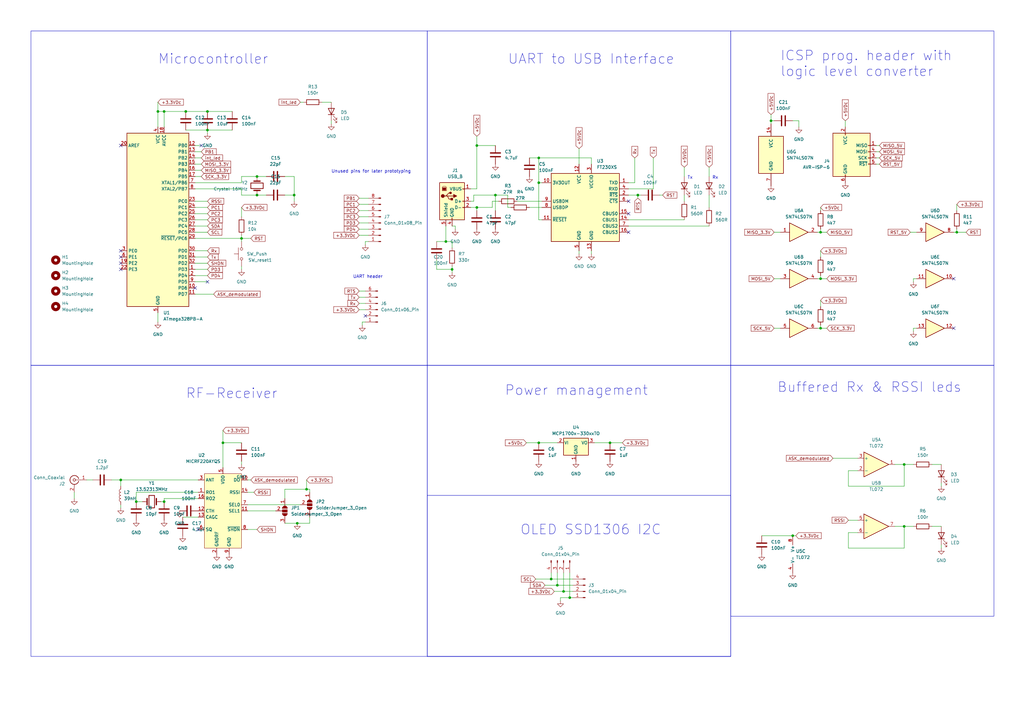
<source format=kicad_sch>
(kicad_sch (version 20230121) (generator eeschema)
  (paper "A3")
  (title_block (date "2024-11-11") (company "Axel Söderberg"))
  (junction (at 220.98 181.61))
  (junction (at 64.77 45.72))
  (junction (at 220.98 64.77))
  (junction (at 49.53 196.85))
  (junction (at 370.84 215.9))
  (junction (at 55.88 205.74))
  (junction (at 105.41 72.39))
  (junction (at 392.43 95.25))
  (junction (at 195.58 85.09))
  (junction (at 185.42 110.49))
  (junction (at 85.09 45.72))
  (junction (at 231.14 242.57))
  (junction (at 250.19 181.61))
  (junction (at 67.31 45.72))
  (junction (at 203.2 80.01))
  (junction (at 336.55 134.62))
  (junction (at 121.92 214.63))
  (junction (at 220.98 74.93))
  (junction (at 370.84 190.5))
  (junction (at 125.73 200.66))
  (junction (at 85.09 53.34))
  (junction (at 120.65 80.01))
  (junction (at 336.55 95.25))
  (junction (at 336.55 114.3))
  (junction (at 105.41 80.01))
  (junction (at 99.06 97.79))
  (junction (at 91.44 181.61))
  (junction (at 182.88 99.06))
  (junction (at 316.23 49.53))
  (junction (at 76.2 45.72))
  (junction (at 228.6 240.03))
  (junction (at 261.62 80.01))
  (junction (at 233.68 245.11))
  (junction (at 226.06 237.49))
  (junction (at 325.12 219.71))
  (junction (at 195.58 59.69))
  (junction (at 67.31 205.74))
  (no_connect (at 149.86 129.54))
  (no_connect (at 49.53 110.49))
  (no_connect (at 391.16 134.62))
  (no_connect (at 49.53 105.41))
  (no_connect (at 85.09 115.57))
  (no_connect (at 80.01 118.11))
  (no_connect (at 82.55 59.69))
  (no_connect (at 49.53 102.87))
  (no_connect (at 257.81 87.63))
  (no_connect (at 257.81 95.25))
  (no_connect (at 81.28 217.17))
  (no_connect (at 391.16 114.3))
  (no_connect (at 49.53 107.95))
  (no_connect (at 49.53 59.69))
  (no_connect (at 257.81 82.55))
  (wire (pts (xy 336.55 95.25) (xy 339.09 95.25)))
  (wire (pts (xy 64.77 41.91) (xy 64.77 45.72)))
  (wire (pts (xy 229.87 246.38) (xy 229.87 245.11)))
  (wire (pts (xy 127 200.66) (xy 125.73 200.66)))
  (wire (pts (xy 386.08 224.79) (xy 386.08 223.52)))
  (wire (pts (xy 91.44 181.61) (xy 99.06 181.61)))
  (wire (pts (xy 186.69 93.98) (xy 186.69 92.71)))
  (wire (pts (xy 80.01 97.79) (xy 99.06 97.79)))
  (wire (pts (xy 116.84 200.66) (xy 125.73 200.66)))
  (wire (pts (xy 120.65 72.39) (xy 116.84 72.39)))
  (wire (pts (xy 195.58 85.09) (xy 201.93 85.09)))
  (wire (pts (xy 375.92 114.3) (xy 374.65 114.3)))
  (wire (pts (xy 64.77 132.08) (xy 64.77 128.27)))
  (wire (pts (xy 147.32 121.92) (xy 149.86 121.92)))
  (wire (pts (xy 243.84 181.61) (xy 250.19 181.61)))
  (wire (pts (xy 76.2 45.72) (xy 85.09 45.72)))
  (wire (pts (xy 30.48 201.93) (xy 30.48 204.47)))
  (wire (pts (xy 209.55 85.09) (xy 208.28 85.09)))
  (wire (pts (xy 99.06 72.39) (xy 99.06 74.93)))
  (wire (pts (xy 233.68 245.11) (xy 234.95 245.11)))
  (wire (pts (xy 227.33 242.57) (xy 231.14 242.57)))
  (wire (pts (xy 223.52 240.03) (xy 228.6 240.03)))
  (wire (pts (xy 219.71 237.49) (xy 226.06 237.49)))
  (wire (pts (xy 208.28 85.09) (xy 208.28 80.01)))
  (wire (pts (xy 101.6 207.01) (xy 123.19 207.01)))
  (wire (pts (xy 109.22 72.39) (xy 105.41 72.39)))
  (wire (pts (xy 105.41 80.01) (xy 99.06 80.01)))
  (wire (pts (xy 104.14 201.93) (xy 101.6 201.93)))
  (wire (pts (xy 67.31 205.74) (xy 67.31 204.47)))
  (wire (pts (xy 231.14 242.57) (xy 234.95 242.57)))
  (wire (pts (xy 80.01 62.23) (xy 82.55 62.23)))
  (wire (pts (xy 226.06 237.49) (xy 234.95 237.49)))
  (wire (pts (xy 185.42 110.49) (xy 185.42 111.76)))
  (wire (pts (xy 85.09 53.34) (xy 95.25 53.34)))
  (wire (pts (xy 132.08 41.91) (xy 135.89 41.91)))
  (wire (pts (xy 99.06 99.06) (xy 99.06 97.79)))
  (wire (pts (xy 220.98 74.93) (xy 220.98 90.17)))
  (wire (pts (xy 261.62 80.01) (xy 261.62 81.28)))
  (wire (pts (xy 336.55 102.87) (xy 336.55 105.41)))
  (wire (pts (xy 228.6 234.95) (xy 228.6 240.03)))
  (wire (pts (xy 120.65 80.01) (xy 120.65 82.55)))
  (wire (pts (xy 341.63 187.96) (xy 351.79 187.96)))
  (wire (pts (xy 148.59 132.08) (xy 149.86 132.08)))
  (wire (pts (xy 250.19 181.61) (xy 255.27 181.61)))
  (wire (pts (xy 147.32 96.52) (xy 151.13 96.52)))
  (wire (pts (xy 49.53 196.85) (xy 81.28 196.85)))
  (wire (pts (xy 336.55 133.35) (xy 336.55 134.62)))
  (wire (pts (xy 125.73 196.85) (xy 125.73 200.66)))
  (wire (pts (xy 80.01 74.93) (xy 99.06 74.93)))
  (wire (pts (xy 347.98 218.44) (xy 347.98 224.79)))
  (wire (pts (xy 290.83 80.01) (xy 290.83 85.09)))
  (wire (pts (xy 370.84 199.39) (xy 370.84 190.5)))
  (wire (pts (xy 280.67 80.01) (xy 280.67 82.55)))
  (wire (pts (xy 147.32 88.9) (xy 151.13 88.9)))
  (wire (pts (xy 201.93 82.55) (xy 204.47 82.55)))
  (wire (pts (xy 386.08 199.39) (xy 386.08 198.12)))
  (wire (pts (xy 336.55 93.98) (xy 336.55 95.25)))
  (wire (pts (xy 81.28 201.93) (xy 55.88 201.93)))
  (wire (pts (xy 391.16 95.25) (xy 392.43 95.25)))
  (wire (pts (xy 127 214.63) (xy 127 212.09)))
  (wire (pts (xy 121.92 214.63) (xy 127 214.63)))
  (wire (pts (xy 67.31 45.72) (xy 76.2 45.72)))
  (wire (pts (xy 147.32 124.46) (xy 149.86 124.46)))
  (wire (pts (xy 222.25 74.93) (xy 220.98 74.93)))
  (wire (pts (xy 280.67 68.58) (xy 280.67 72.39)))
  (wire (pts (xy 80.01 59.69) (xy 82.55 59.69)))
  (wire (pts (xy 194.31 80.01) (xy 194.31 82.55)))
  (wire (pts (xy 85.09 54.61) (xy 85.09 53.34)))
  (wire (pts (xy 212.09 82.55) (xy 222.25 82.55)))
  (wire (pts (xy 80.01 115.57) (xy 85.09 115.57)))
  (wire (pts (xy 80.01 102.87) (xy 85.09 102.87)))
  (wire (pts (xy 237.49 60.96) (xy 237.49 67.31)))
  (wire (pts (xy 147.32 119.38) (xy 149.86 119.38)))
  (wire (pts (xy 80.01 110.49) (xy 85.09 110.49)))
  (wire (pts (xy 208.28 80.01) (xy 203.2 80.01)))
  (wire (pts (xy 185.42 99.06) (xy 185.42 101.6)))
  (wire (pts (xy 55.88 205.74) (xy 58.42 205.74)))
  (wire (pts (xy 260.35 74.93) (xy 257.81 74.93)))
  (wire (pts (xy 195.58 85.09) (xy 195.58 86.36)))
  (wire (pts (xy 91.44 176.53) (xy 91.44 181.61)))
  (wire (pts (xy 359.41 62.23) (xy 360.68 62.23)))
  (wire (pts (xy 335.28 114.3) (xy 336.55 114.3)))
  (wire (pts (xy 185.42 110.49) (xy 185.42 109.22)))
  (wire (pts (xy 45.72 196.85) (xy 49.53 196.85)))
  (wire (pts (xy 186.69 92.71) (xy 185.42 92.71)))
  (wire (pts (xy 101.6 209.55) (xy 113.03 209.55)))
  (wire (pts (xy 80.01 90.17) (xy 85.09 90.17)))
  (wire (pts (xy 351.79 218.44) (xy 347.98 218.44)))
  (wire (pts (xy 116.84 214.63) (xy 121.92 214.63)))
  (wire (pts (xy 271.78 80.01) (xy 270.51 80.01)))
  (wire (pts (xy 147.32 93.98) (xy 151.13 93.98)))
  (wire (pts (xy 135.89 50.8) (xy 135.89 49.53)))
  (wire (pts (xy 195.58 55.88) (xy 195.58 59.69)))
  (wire (pts (xy 242.57 64.77) (xy 242.57 67.31)))
  (wire (pts (xy 99.06 96.52) (xy 99.06 97.79)))
  (wire (pts (xy 80.01 87.63) (xy 85.09 87.63)))
  (wire (pts (xy 127 201.93) (xy 127 200.66)))
  (wire (pts (xy 76.2 53.34) (xy 85.09 53.34)))
  (wire (pts (xy 102.87 196.85) (xy 101.6 196.85)))
  (wire (pts (xy 316.23 46.99) (xy 316.23 49.53)))
  (wire (pts (xy 392.43 83.82) (xy 392.43 86.36)))
  (wire (pts (xy 182.88 92.71) (xy 182.88 99.06)))
  (wire (pts (xy 149.86 99.06) (xy 151.13 99.06)))
  (wire (pts (xy 194.31 82.55) (xy 193.04 82.55)))
  (wire (pts (xy 99.06 97.79) (xy 102.87 97.79)))
  (wire (pts (xy 373.38 95.25) (xy 375.92 95.25)))
  (wire (pts (xy 49.53 199.39) (xy 49.53 196.85)))
  (wire (pts (xy 336.55 113.03) (xy 336.55 114.3)))
  (wire (pts (xy 336.55 85.09) (xy 336.55 86.36)))
  (wire (pts (xy 326.39 219.71) (xy 325.12 219.71)))
  (wire (pts (xy 80.01 69.85) (xy 82.55 69.85)))
  (wire (pts (xy 101.6 217.17) (xy 105.41 217.17)))
  (wire (pts (xy 193.04 85.09) (xy 195.58 85.09)))
  (wire (pts (xy 374.65 134.62) (xy 374.65 135.89)))
  (wire (pts (xy 80.01 64.77) (xy 82.55 64.77)))
  (wire (pts (xy 80.01 85.09) (xy 85.09 85.09)))
  (wire (pts (xy 215.9 181.61) (xy 220.98 181.61)))
  (wire (pts (xy 347.98 199.39) (xy 370.84 199.39)))
  (wire (pts (xy 91.44 181.61) (xy 91.44 191.77)))
  (wire (pts (xy 80.01 105.41) (xy 85.09 105.41)))
  (wire (pts (xy 80.01 120.65) (xy 87.63 120.65)))
  (wire (pts (xy 317.5 134.62) (xy 320.04 134.62)))
  (wire (pts (xy 123.19 41.91) (xy 124.46 41.91)))
  (wire (pts (xy 64.77 45.72) (xy 64.77 52.07)))
  (wire (pts (xy 347.98 213.36) (xy 351.79 213.36)))
  (wire (pts (xy 336.55 114.3) (xy 339.09 114.3)))
  (wire (pts (xy 290.83 68.58) (xy 290.83 72.39)))
  (wire (pts (xy 360.68 59.69) (xy 359.41 59.69)))
  (wire (pts (xy 359.41 67.31) (xy 360.68 67.31)))
  (wire (pts (xy 346.71 49.53) (xy 346.71 52.07)))
  (wire (pts (xy 80.01 67.31) (xy 82.55 67.31)))
  (wire (pts (xy 336.55 123.19) (xy 336.55 125.73)))
  (wire (pts (xy 312.42 219.71) (xy 325.12 219.71)))
  (wire (pts (xy 325.12 49.53) (xy 327.66 49.53)))
  (wire (pts (xy 335.28 95.25) (xy 336.55 95.25)))
  (wire (pts (xy 217.17 85.09) (xy 222.25 85.09)))
  (wire (pts (xy 74.93 212.09) (xy 81.28 212.09)))
  (wire (pts (xy 370.84 190.5) (xy 367.03 190.5)))
  (wire (pts (xy 147.32 83.82) (xy 151.13 83.82)))
  (wire (pts (xy 80.01 95.25) (xy 85.09 95.25)))
  (wire (pts (xy 335.28 134.62) (xy 336.55 134.62)))
  (wire (pts (xy 203.2 80.01) (xy 194.31 80.01)))
  (wire (pts (xy 149.86 100.33) (xy 149.86 99.06)))
  (wire (pts (xy 80.01 113.03) (xy 85.09 113.03)))
  (wire (pts (xy 55.88 201.93) (xy 55.88 205.74)))
  (wire (pts (xy 226.06 234.95) (xy 226.06 237.49)))
  (wire (pts (xy 316.23 49.53) (xy 317.5 49.53)))
  (wire (pts (xy 374.65 190.5) (xy 370.84 190.5)))
  (wire (pts (xy 99.06 77.47) (xy 99.06 80.01)))
  (wire (pts (xy 147.32 127) (xy 149.86 127)))
  (wire (pts (xy 257.81 80.01) (xy 261.62 80.01)))
  (wire (pts (xy 67.31 205.74) (xy 66.04 205.74)))
  (wire (pts (xy 382.27 190.5) (xy 386.08 190.5)))
  (wire (pts (xy 370.84 215.9) (xy 367.03 215.9)))
  (wire (pts (xy 80.01 77.47) (xy 99.06 77.47)))
  (wire (pts (xy 182.88 99.06) (xy 179.07 99.06)))
  (wire (pts (xy 220.98 181.61) (xy 228.6 181.61)))
  (wire (pts (xy 233.68 234.95) (xy 233.68 245.11)))
  (wire (pts (xy 179.07 106.68) (xy 179.07 110.49)))
  (wire (pts (xy 392.43 93.98) (xy 392.43 95.25)))
  (wire (pts (xy 257.81 92.71) (xy 290.83 92.71)))
  (wire (pts (xy 257.81 77.47) (xy 267.97 77.47)))
  (wire (pts (xy 80.01 92.71) (xy 85.09 92.71)))
  (wire (pts (xy 375.92 134.62) (xy 374.65 134.62)))
  (wire (pts (xy 147.32 91.44) (xy 151.13 91.44)))
  (wire (pts (xy 193.04 77.47) (xy 195.58 77.47)))
  (wire (pts (xy 38.1 196.85) (xy 35.56 196.85)))
  (wire (pts (xy 237.49 104.14) (xy 237.49 102.87)))
  (wire (pts (xy 220.98 64.77) (xy 242.57 64.77)))
  (wire (pts (xy 231.14 234.95) (xy 231.14 242.57)))
  (wire (pts (xy 116.84 200.66) (xy 116.84 204.47)))
  (wire (pts (xy 99.06 190.5) (xy 99.06 189.23)))
  (wire (pts (xy 99.06 85.09) (xy 99.06 88.9)))
  (wire (pts (xy 392.43 95.25) (xy 396.24 95.25)))
  (wire (pts (xy 370.84 224.79) (xy 370.84 215.9)))
  (wire (pts (xy 229.87 245.11) (xy 233.68 245.11)))
  (wire (pts (xy 120.65 80.01) (xy 116.84 80.01)))
  (wire (pts (xy 147.32 81.28) (xy 151.13 81.28)))
  (wire (pts (xy 317.5 95.25) (xy 320.04 95.25)))
  (wire (pts (xy 99.06 109.22) (xy 99.06 110.49)))
  (wire (pts (xy 228.6 240.03) (xy 234.95 240.03)))
  (wire (pts (xy 67.31 204.47) (xy 81.28 204.47)))
  (wire (pts (xy 105.41 72.39) (xy 99.06 72.39)))
  (wire (pts (xy 85.09 82.55) (xy 80.01 82.55)))
  (wire (pts (xy 257.81 90.17) (xy 280.67 90.17)))
  (wire (pts (xy 317.5 114.3) (xy 320.04 114.3)))
  (wire (pts (xy 203.2 80.01) (xy 203.2 86.36)))
  (wire (pts (xy 49.53 207.01) (xy 49.53 208.28)))
  (wire (pts (xy 374.65 215.9) (xy 370.84 215.9)))
  (wire (pts (xy 120.65 72.39) (xy 120.65 80.01)))
  (wire (pts (xy 85.09 45.72) (xy 95.25 45.72)))
  (wire (pts (xy 195.58 77.47) (xy 195.58 59.69)))
  (wire (pts (xy 374.65 114.3) (xy 374.65 115.57)))
  (wire (pts (xy 179.07 110.49) (xy 185.42 110.49)))
  (wire (pts (xy 267.97 64.77) (xy 267.97 77.47)))
  (wire (pts (xy 347.98 224.79) (xy 370.84 224.79)))
  (wire (pts (xy 67.31 45.72) (xy 64.77 45.72)))
  (wire (pts (xy 220.98 74.93) (xy 220.98 64.77)))
  (wire (pts (xy 347.98 193.04) (xy 347.98 199.39)))
  (wire (pts (xy 327.66 49.53) (xy 327.66 52.07)))
  (wire (pts (xy 67.31 52.07) (xy 67.31 45.72)))
  (wire (pts (xy 261.62 80.01) (xy 262.89 80.01)))
  (wire (pts (xy 109.22 80.01) (xy 105.41 80.01)))
  (wire (pts (xy 359.41 64.77) (xy 360.68 64.77)))
  (wire (pts (xy 201.93 85.09) (xy 201.93 82.55)))
  (wire (pts (xy 195.58 59.69) (xy 203.2 59.69)))
  (wire (pts (xy 316.23 49.53) (xy 316.23 50.8)))
  (wire (pts (xy 351.79 193.04) (xy 347.98 193.04)))
  (wire (pts (xy 260.35 64.77) (xy 260.35 74.93)))
  (wire (pts (xy 148.59 133.35) (xy 148.59 132.08)))
  (wire (pts (xy 82.55 72.39) (xy 80.01 72.39)))
  (wire (pts (xy 217.17 64.77) (xy 220.98 64.77)))
  (wire (pts (xy 220.98 90.17) (xy 222.25 90.17)))
  (wire (pts (xy 336.55 134.62) (xy 339.09 134.62)))
  (wire (pts (xy 80.01 107.95) (xy 85.09 107.95)))
  (wire (pts (xy 242.57 104.14) (xy 242.57 102.87)))
  (wire (pts (xy 147.32 86.36) (xy 151.13 86.36)))
  (wire (pts (xy 182.88 99.06) (xy 185.42 99.06)))
  (wire (pts (xy 382.27 215.9) (xy 386.08 215.9)))
  (rectangle (start 175.26 149.86) (end 299.72 269.24))
  (rectangle (start 175.26 203.2) (end 299.72 269.24))
  (rectangle (start 12.7 12.7) (end 175.26 149.86))
  (rectangle (start 299.72 12.7) (end 407.67 149.86))
  (rectangle (start 12.7 149.86) (end 175.26 269.24))
  (rectangle (start 299.72 149.86) (end 407.67 252.73))
  (rectangle (start 175.26 12.7) (end 299.72 149.86))
  (text "OLED SSD1306 I2C" (at 213.36 219.71 0) (effects (font (size 4 4)) (justify left bottom)))
  (text "Tx" (at 281.94 73.66 0) (effects (font (size 1.27 1.27)) (justify left bottom)))
  (text "Unused pins for later prototyping" (at 135.89 71.12 0) (effects (font (size 1.27 1.27)) (justify left bottom)))
  (text "UART header" (at 144.78 114.3 0) (effects (font (size 1.27 1.27)) (justify left bottom)))
  (text "Buffered Rx & RSSI leds\n" (at 318.77 161.29 0) (effects (font (size 4 4)) (justify left bottom)))
  (text "ICSP prog. header with\nlogic level converter" (at 320.04 31.75 0) (effects (font (size 4 4)) (justify left bottom)))
  (text "UART to USB Interface" (at 208.28 26.67 0) (effects (font (size 4 4)) (justify left bottom)))
  (text "Rx\n" (at 292.1 73.66 0) (effects (font (size 1.27 1.27)) (justify left bottom)))
  (text "RF-Receiver\n" (at 76.2 163.83 0) (effects (font (size 4 4)) (justify left bottom)))
  (text "Power management" (at 207.01 162.56 0) (effects (font (size 4 4)) (justify left bottom)))
  (text "Microcontroller" (at 64.77 26.67 0) (effects (font (size 4 4)) (justify left bottom)))
  (global_label "PD4" (shape input) (at 85.09 113.03 0) (property "Intersheetrefs" "${INTERSHEET_REFS}" (effects hide)))
  (global_label "MISO_3.3V" (shape input) (at 317.5 95.25 180) (property "Intersheetrefs" "${INTERSHEET_REFS}" (effects hide)))
  (global_label "MOSI_5V" (shape input) (at 360.68 62.23 0) (property "Intersheetrefs" "${INTERSHEET_REFS}" (effects hide)))
  (global_label "+5VDc" (shape input) (at 290.83 68.58 90) (property "Intersheetrefs" "${INTERSHEET_REFS}" (effects hide)))
  (global_label "SDA" (shape input) (at 223.52 240.03 180) (property "Intersheetrefs" "${INTERSHEET_REFS}" (effects hide)))
  (global_label "+3.3VDc" (shape input) (at 336.55 123.19 0) (property "Intersheetrefs" "${INTERSHEET_REFS}" (effects hide)))
  (global_label "Tx" (shape input) (at 85.09 105.41 0) (property "Intersheetrefs" "${INTERSHEET_REFS}" (effects hide)))
  (global_label "SCK_5V" (shape input) (at 317.5 134.62 180) (property "Intersheetrefs" "${INTERSHEET_REFS}" (effects hide)))
  (global_label "Rx" (shape input) (at 260.35 64.77 90) (property "Intersheetrefs" "${INTERSHEET_REFS}" (effects hide)))
  (global_label "+3.3VDc" (shape input) (at 91.44 176.53 0) (property "Intersheetrefs" "${INTERSHEET_REFS}" (effects hide)))
  (global_label "PC3" (shape input) (at 85.09 90.17 0) (property "Intersheetrefs" "${INTERSHEET_REFS}" (effects hide)))
  (global_label "+3.3VDc" (shape input) (at 147.32 96.52 180) (property "Intersheetrefs" "${INTERSHEET_REFS}" (effects hide)))
  (global_label "MISO_5V" (shape input) (at 339.09 95.25 0) (property "Intersheetrefs" "${INTERSHEET_REFS}" (effects hide)))
  (global_label "RST" (shape input) (at 102.87 97.79 0) (property "Intersheetrefs" "${INTERSHEET_REFS}" (effects hide)))
  (global_label "MOSI_3.3V" (shape input) (at 339.09 114.3 0) (property "Intersheetrefs" "${INTERSHEET_REFS}" (effects hide)))
  (global_label "PC2" (shape input) (at 147.32 86.36 180) (property "Intersheetrefs" "${INTERSHEET_REFS}" (effects hide)))
  (global_label "ASK_demodulated" (shape input) (at 87.63 120.65 0) (property "Intersheetrefs" "${INTERSHEET_REFS}" (effects hide)))
  (global_label "int_led" (shape input) (at 82.55 64.77 0) (property "Intersheetrefs" "${INTERSHEET_REFS}" (effects hide)))
  (global_label "+5VDc" (shape input) (at 336.55 85.09 0) (property "Intersheetrefs" "${INTERSHEET_REFS}" (effects hide)))
  (global_label "+3.3VDc" (shape input) (at 326.39 219.71 0) (property "Intersheetrefs" "${INTERSHEET_REFS}" (effects hide)))
  (global_label "+5VDc" (shape input) (at 280.67 68.58 90) (property "Intersheetrefs" "${INTERSHEET_REFS}" (effects hide)))
  (global_label "Rx" (shape input) (at 85.09 102.87 0) (property "Intersheetrefs" "${INTERSHEET_REFS}" (effects hide)))
  (global_label "+5VDc" (shape input) (at 195.58 55.88 90) (property "Intersheetrefs" "${INTERSHEET_REFS}" (effects hide)))
  (global_label "RSSI" (shape input) (at 85.09 82.55 0) (property "Intersheetrefs" "${INTERSHEET_REFS}" (effects hide)))
  (global_label "RST" (shape input) (at 396.24 95.25 0) (property "Intersheetrefs" "${INTERSHEET_REFS}" (effects hide)))
  (global_label "SCL" (shape input) (at 219.71 237.49 180) (property "Intersheetrefs" "${INTERSHEET_REFS}" (effects hide)))
  (global_label "Tx" (shape input) (at 267.97 64.77 90) (property "Intersheetrefs" "${INTERSHEET_REFS}" (effects hide)))
  (global_label "+5VDc" (shape input) (at 237.49 60.96 90) (property "Intersheetrefs" "${INTERSHEET_REFS}" (effects hide)))
  (global_label "MISO_5V" (shape input) (at 360.68 59.69 0) (property "Intersheetrefs" "${INTERSHEET_REFS}" (effects hide)))
  (global_label "PB1" (shape input) (at 82.55 62.23 0) (property "Intersheetrefs" "${INTERSHEET_REFS}" (effects hide)))
  (global_label "RSSI" (shape input) (at 347.98 213.36 180) (property "Intersheetrefs" "${INTERSHEET_REFS}" (effects hide)))
  (global_label "+3.3VDc" (shape input) (at 64.77 41.91 0) (property "Intersheetrefs" "${INTERSHEET_REFS}" (effects hide)))
  (global_label "RST" (shape input) (at 271.78 80.01 0) (property "Intersheetrefs" "${INTERSHEET_REFS}" (effects hide)))
  (global_label "RST_5V" (shape input) (at 373.38 95.25 180) (property "Intersheetrefs" "${INTERSHEET_REFS}" (effects hide)))
  (global_label "ASK_demodulated" (shape input) (at 102.87 196.85 0) (property "Intersheetrefs" "${INTERSHEET_REFS}" (effects hide)))
  (global_label "+3.3VDc" (shape input) (at 125.73 196.85 0) (property "Intersheetrefs" "${INTERSHEET_REFS}" (effects hide)))
  (global_label "+3.3VDc" (shape input) (at 147.32 127 180) (property "Intersheetrefs" "${INTERSHEET_REFS}" (effects hide)))
  (global_label "+3.3VDc" (shape input) (at 227.33 242.57 180) (property "Intersheetrefs" "${INTERSHEET_REFS}" (effects hide)))
  (global_label "int_led" (shape input) (at 123.19 41.91 180) (property "Intersheetrefs" "${INTERSHEET_REFS}" (effects hide)))
  (global_label "Tx" (shape input) (at 147.32 121.92 180) (property "Intersheetrefs" "${INTERSHEET_REFS}" (effects hide)))
  (global_label "+5VDc" (shape input) (at 346.71 49.53 90) (property "Intersheetrefs" "${INTERSHEET_REFS}" (effects hide)))
  (global_label "PC1" (shape input) (at 147.32 83.82 180) (property "Intersheetrefs" "${INTERSHEET_REFS}" (effects hide)))
  (global_label "PD3" (shape input) (at 85.09 110.49 0) (property "Intersheetrefs" "${INTERSHEET_REFS}" (effects hide)))
  (global_label "+3.3VDc" (shape input) (at 392.43 83.82 0) (property "Intersheetrefs" "${INTERSHEET_REFS}" (effects hide)))
  (global_label "+3.3VDc" (shape input) (at 336.55 102.87 0) (property "Intersheetrefs" "${INTERSHEET_REFS}" (effects hide)))
  (global_label "PC1" (shape input) (at 85.09 85.09 0) (property "Intersheetrefs" "${INTERSHEET_REFS}" (effects hide)))
  (global_label "PC3" (shape input) (at 147.32 88.9 180) (property "Intersheetrefs" "${INTERSHEET_REFS}" (effects hide)))
  (global_label "RSSI" (shape input) (at 104.14 201.93 0) (property "Intersheetrefs" "${INTERSHEET_REFS}" (effects hide)))
  (global_label "MISO_3.3V" (shape input) (at 82.55 69.85 0) (property "Intersheetrefs" "${INTERSHEET_REFS}" (effects hide)))
  (global_label "SCL" (shape input) (at 85.09 95.25 0) (property "Intersheetrefs" "${INTERSHEET_REFS}" (effects hide)))
  (global_label "RTS" (shape input) (at 261.62 81.28 270) (property "Intersheetrefs" "${INTERSHEET_REFS}" (effects hide)))
  (global_label "+3.3VDc" (shape input) (at 255.27 181.61 0) (property "Intersheetrefs" "${INTERSHEET_REFS}" (effects hide)))
  (global_label "MOSI_5V" (shape input) (at 317.5 114.3 180) (property "Intersheetrefs" "${INTERSHEET_REFS}" (effects hide)))
  (global_label "RST_5V" (shape input) (at 360.68 67.31 0) (property "Intersheetrefs" "${INTERSHEET_REFS}" (effects hide)))
  (global_label "PB1" (shape input) (at 147.32 81.28 180) (property "Intersheetrefs" "${INTERSHEET_REFS}" (effects hide)))
  (global_label "SCK_5V" (shape input) (at 360.68 64.77 0) (property "Intersheetrefs" "${INTERSHEET_REFS}" (effects hide)))
  (global_label "MOSI_3.3V" (shape input) (at 82.55 67.31 0) (property "Intersheetrefs" "${INTERSHEET_REFS}" (effects hide)))
  (global_label "SCK_3.3V" (shape input) (at 82.55 72.39 0) (property "Intersheetrefs" "${INTERSHEET_REFS}" (effects hide)))
  (global_label "ASK_demodulated" (shape input) (at 341.63 187.96 180) (property "Intersheetrefs" "${INTERSHEET_REFS}" (effects hide)))
  (global_label "+5VDc" (shape input) (at 215.9 181.61 180) (property "Intersheetrefs" "${INTERSHEET_REFS}" (effects hide)))
  (global_label "SHDN" (shape input) (at 105.41 217.17 0) (property "Intersheetrefs" "${INTERSHEET_REFS}" (effects hide)))
  (global_label "RTS" (shape input) (at 147.32 119.38 180) (property "Intersheetrefs" "${INTERSHEET_REFS}" (effects hide)))
  (global_label "SCK_3.3V" (shape input) (at 339.09 134.62 0) (property "Intersheetrefs" "${INTERSHEET_REFS}" (effects hide)))
  (global_label "SHDN" (shape input) (at 85.09 107.95 0) (property "Intersheetrefs" "${INTERSHEET_REFS}" (effects hide)))
  (global_label "SDA" (shape input) (at 85.09 92.71 0) (property "Intersheetrefs" "${INTERSHEET_REFS}" (effects hide)))
  (global_label "+5VDc" (shape input) (at 316.23 46.99 90) (property "Intersheetrefs" "${INTERSHEET_REFS}" (effects hide)))
  (global_label "PC2" (shape input) (at 85.09 87.63 0) (property "Intersheetrefs" "${INTERSHEET_REFS}" (effects hide)))
  (global_label "Rx" (shape input) (at 147.32 124.46 180) (property "Intersheetrefs" "${INTERSHEET_REFS}" (effects hide)))
  (global_label "PD3" (shape input) (at 147.32 91.44 180) (property "Intersheetrefs" "${INTERSHEET_REFS}" (effects hide)))
  (global_label "PD4" (shape input) (at 147.32 93.98 180) (property "Intersheetrefs" "${INTERSHEET_REFS}" (effects hide)))
  (global_label "+3.3VDc" (shape input) (at 99.06 85.09 0) (property "Intersheetrefs" "${INTERSHEET_REFS}" (effects hide)))
  (symbol (lib_id "Interface_USB:FT230XS") (at 240.03 85.09 0) (unit 1)
    (property "Reference" "U3" (at 244.7641 66.04 0) (effects (justify left)))
    (property "Value" "FT230XS" (at 244.7641 68.58 0) (effects (justify left)))
    (property "Footprint" "Package_SO:SSOP-16_3.9x4.9mm_P0.635mm" (effects hide))
    (property "Datasheet" "https://www.ftdichip.com/Support/Documents/DataSheets/ICs/DS_FT230X.pdf" (effects hide))
  )
  (symbol (lib_id "Device:C") (at 95.25 49.53 0) (unit 1)
    (property "Reference" "C14" (at 99.06 48.26 0) (effects (justify left)))
    (property "Value" "100nF" (at 99.06 50.8 0) (effects (justify left)))
    (property "Footprint" "Capacitor_SMD:C_0805_2012Metric_Pad1.18x1.45mm_HandSolder" (effects hide))
  )
  (symbol (lib_id "power:GND") (at 250.19 189.23 0) (unit 1)
    (property "Reference" "#PWR09" (effects hide))
    (property "Value" "GND" (at 250.19 194.31 0))
  )
  (symbol (lib_id "Device:C") (at 77.47 209.55 90) (unit 1)
    (property "Reference" "C18" (at 77.47 201.93 90))
    (property "Value" "100nF" (at 77.47 204.47 90))
    (property "Footprint" "Capacitor_SMD:C_0805_2012Metric_Pad1.18x1.45mm_HandSolder" (effects hide))
  )
  (symbol (lib_id "power:GND") (at 374.65 135.89 0) (unit 1)
    (property "Reference" "#PWR034" (effects hide))
    (property "Value" "GND" (at 374.65 140.97 0))
  )
  (symbol (lib_id "power:GND") (at 64.77 132.08 0) (unit 1)
    (property "Reference" "#PWR01" (effects hide))
    (property "Value" "GND" (at 64.77 137.16 0))
  )
  (symbol (lib_id "power:GND") (at 312.42 227.33 0) (unit 1)
    (property "Reference" "#PWR027" (effects hide))
    (property "Value" "GND" (at 312.42 232.41 0))
  )
  (symbol (lib_id "Mechanical:MountingHole") (at 22.86 113.03 0) (unit 1)
    (property "Reference" "H2" (at 25.4 111.76 0) (effects (justify left)))
    (property "Value" "MountingHole" (at 25.4 114.3 0) (effects (justify left)))
    (property "Footprint" "MountingHole:MountingHole_2.2mm_M2" (effects hide))
  )
  (symbol (lib_id "Jumper:SolderJumper_3_Open") (at 127 207.01 270) (unit 1)
    (property "Reference" "JP2" (at 129.54 205.74 90) (effects (justify left)))
    (property "Value" "SolderJumper_3_Open" (at 129.54 208.28 90) (effects (justify left)))
    (property "Footprint" "Jumper:SolderJumper-3_P1.3mm_Open_RoundedPad1.0x1.5mm_NumberLabels" (effects hide))
  )
  (symbol (lib_id "Device:C") (at 195.58 90.17 0) (unit 1)
    (property "Reference" "C1" (at 199.39 88.9 0) (effects (justify left)))
    (property "Value" "47pF" (at 199.39 91.44 0) (effects (justify left)))
    (property "Footprint" "Capacitor_SMD:C_0805_2012Metric_Pad1.18x1.45mm_HandSolder" (effects hide))
  )
  (symbol (lib_id "74xx:SN74LS07N") (at 383.54 95.25 0) (unit 4)
    (property "Reference" "U6" (at 383.54 86.36 0))
    (property "Value" "SN74LS07N" (at 383.54 88.9 0))
    (property "Footprint" "Package_DIP:DIP-14_W7.62mm" (effects hide))
    (property "Datasheet" "www.ti.com/lit/ds/symlink/sn74ls07.pdf" (effects hide))
  )
  (symbol (lib_id "power:GND") (at 374.65 115.57 0) (unit 1)
    (property "Reference" "#PWR033" (effects hide))
    (property "Value" "GND" (at 374.65 120.65 0))
  )
  (symbol (lib_id "Connector:Conn_01x04_Pin") (at 231.14 229.87 270) (unit 1)
    (property "Reference" "J5" (at 229.87 224.79 90))
    (property "Value" "Conn_01x04_Pin" (at 229.87 227.33 90))
    (property "Footprint" "Connector_PinHeader_2.54mm:PinHeader_1x04_P2.54mm_Vertical" (effects hide))
  )
  (symbol (lib_id "Connector:Conn_Coaxial") (at 30.48 196.85 0) (mirror y) (unit 1)
    (property "Reference" "J2" (at 26.67 198.4132 0) (effects (justify left)))
    (property "Value" "Conn_Coaxial" (at 26.67 195.8732 0) (effects (justify left)))
    (property "Footprint" "Connector_Coaxial:SMA_Amphenol_901-143_Horizontal" (effects hide))
    (property "Datasheet" " ~" (effects hide))
  )
  (symbol (lib_id "power:GND") (at 135.89 50.8 0) (mirror y) (unit 1)
    (property "Reference" "#PWR036" (effects hide))
    (property "Value" "GND" (at 135.89 55.88 0))
  )
  (symbol (lib_id "power:GND") (at 229.87 246.38 0) (unit 1)
    (property "Reference" "#PWR024" (effects hide))
    (property "Value" "GND" (at 229.87 251.46 0))
  )
  (symbol (lib_id "Device:R") (at 392.43 90.17 0) (unit 1)
    (property "Reference" "R11" (at 394.97 88.9 0) (effects (justify left)))
    (property "Value" "4k7" (at 394.97 91.44 0) (effects (justify left)))
    (property "Footprint" "Resistor_SMD:R_0805_2012Metric_Pad1.20x1.40mm_HandSolder" (effects hide))
  )
  (symbol (lib_id "74xx:SN74LS07N") (at 383.54 134.62 0) (unit 6)
    (property "Reference" "U6" (at 383.54 125.73 0))
    (property "Value" "SN74LS07N" (at 383.54 128.27 0))
    (property "Footprint" "Package_DIP:DIP-14_W7.62mm" (effects hide))
    (property "Datasheet" "www.ti.com/lit/ds/symlink/sn74ls07.pdf" (effects hide))
  )
  (symbol (lib_id "Device:R") (at 336.55 90.17 0) (unit 1)
    (property "Reference" "R8" (at 339.09 88.9 0) (effects (justify left)))
    (property "Value" "4k7" (at 339.09 91.44 0) (effects (justify left)))
    (property "Footprint" "Resistor_SMD:R_0805_2012Metric_Pad1.20x1.40mm_HandSolder" (effects hide))
  )
  (symbol (lib_id "Connector:Conn_01x04_Pin") (at 240.03 242.57 180) (unit 1)
    (property "Reference" "J3" (at 241.3 240.03 0) (effects (justify right)))
    (property "Value" "Conn_01x04_Pin" (at 241.3 242.57 0) (effects (justify right)))
    (property "Footprint" "Connector_JST:JST_SH_SM04B-SRSS-TB_1x04-1MP_P1.00mm_Horizontal" (effects hide))
  )
  (symbol (lib_id "power:GND") (at 67.31 213.36 0) (unit 1)
    (property "Reference" "#PWR012" (effects hide))
    (property "Value" "GND" (at 67.31 218.44 0))
  )
  (symbol (lib_id "power:GND") (at 316.23 76.2 0) (unit 1)
    (property "Reference" "#PWR032" (effects hide))
    (property "Value" "GND" (at 316.23 81.28 0))
  )
  (symbol (lib_id "power:GND") (at 236.22 189.23 0) (unit 1)
    (property "Reference" "#PWR010" (effects hide))
    (property "Value" "GND" (at 236.22 194.31 0))
  )
  (symbol (lib_id "74xx:SN74LS07N") (at 327.66 114.3 0) (unit 2)
    (property "Reference" "U6" (at 327.66 105.41 0))
    (property "Value" "SN74LS07N" (at 327.66 107.95 0))
    (property "Footprint" "Package_DIP:DIP-14_W7.62mm" (effects hide))
    (property "Datasheet" "www.ti.com/lit/ds/symlink/sn74ls07.pdf" (effects hide))
  )
  (symbol (lib_id "Device:R") (at 185.42 105.41 180) (unit 1)
    (property "Reference" "R7" (at 187.96 104.14 0) (effects (justify right)))
    (property "Value" "330r" (at 187.96 106.68 0) (effects (justify right)))
    (property "Footprint" "Resistor_SMD:R_0805_2012Metric_Pad1.20x1.40mm_HandSolder" (effects hide))
  )
  (symbol (lib_id "power:GND") (at 186.69 93.98 0) (unit 1)
    (property "Reference" "#PWR05" (effects hide))
    (property "Value" "GND" (at 186.69 99.06 0))
  )
  (symbol (lib_id "Device:L") (at 49.53 203.2 180) (unit 1)
    (property "Reference" "L2" (at 50.8 201.93 0) (effects (justify right)))
    (property "Value" "39nH" (at 50.8 204.47 0) (effects (justify right)))
    (property "Footprint" "Capacitor_SMD:C_0805_2012Metric_Pad1.18x1.45mm_HandSolder" (effects hide))
  )
  (symbol (lib_id "Device:LED") (at 135.89 45.72 90) (unit 1)
    (property "Reference" "D5" (at 139.7 46.0375 90) (effects (justify right)))
    (property "Value" "LED" (at 139.7 48.5775 90) (effects (justify right)))
    (property "Footprint" "LED_SMD:LED_0805_2012Metric_Pad1.15x1.40mm_HandSolder" (effects hide))
  )
  (symbol (lib_id "Device:C") (at 99.06 185.42 0) (unit 1)
    (property "Reference" "C11" (at 102.87 184.15 0) (effects (justify left)))
    (property "Value" "100nF" (at 102.87 186.69 0) (effects (justify left)))
    (property "Footprint" "Capacitor_SMD:C_0805_2012Metric_Pad1.18x1.45mm_HandSolder" (effects hide))
  )
  (symbol (lib_id "power:GND") (at 88.9 227.33 0) (unit 1)
    (property "Reference" "#PWR018" (effects hide))
    (property "Value" "GND" (at 88.9 232.41 0))
  )
  (symbol (lib_id "Device:R") (at 378.46 215.9 90) (unit 1)
    (property "Reference" "R6" (at 378.46 209.55 90))
    (property "Value" "100r" (at 378.46 212.09 90))
    (property "Footprint" "Resistor_SMD:R_0805_2012Metric_Pad1.20x1.40mm_HandSolder" (effects hide))
  )
  (symbol (lib_id "Device:R") (at 213.36 85.09 90) (unit 1)
    (property "Reference" "R4" (at 213.36 78.74 90))
    (property "Value" "27R" (at 213.36 81.28 90))
    (property "Footprint" "Resistor_SMD:R_0805_2012Metric_Pad1.20x1.40mm_HandSolder" (effects hide))
  )
  (symbol (lib_id "power:GND") (at 99.06 190.5 0) (unit 1)
    (property "Reference" "#PWR016" (effects hide))
    (property "Value" "GND" (at 99.06 195.58 0))
  )
  (symbol (lib_id "Connector:AVR-ISP-6") (at 349.25 64.77 0) (unit 1)
    (property "Reference" "J4" (at 340.36 66.04 0) (effects (justify right)))
    (property "Value" "AVR-ISP-6" (at 340.36 68.58 0) (effects (justify right)))
    (property "Footprint" "Connector_PinHeader_2.54mm:PinHeader_2x03_P2.54mm_Vertical" (effects hide))
    (property "Datasheet" " ~" (effects hide))
  )
  (symbol (lib_id "74xx:SN74LS07N") (at 327.66 134.62 0) (unit 3)
    (property "Reference" "U6" (at 327.66 125.73 0))
    (property "Value" "SN74LS07N" (at 327.66 128.27 0))
    (property "Footprint" "Package_DIP:DIP-14_W7.62mm" (effects hide))
    (property "Datasheet" "www.ti.com/lit/ds/symlink/sn74ls07.pdf" (effects hide))
  )
  (symbol (lib_id "Device:C") (at 217.17 68.58 0) (unit 1)
    (property "Reference" "C5" (at 220.98 67.31 0) (effects (justify left)))
    (property "Value" "100nF" (at 220.98 69.85 0) (effects (justify left)))
    (property "Footprint" "Capacitor_SMD:C_0805_2012Metric_Pad1.18x1.45mm_HandSolder" (effects hide))
  )
  (symbol (lib_id "power:GND") (at 203.2 67.31 0) (unit 1)
    (property "Reference" "#PWR04" (effects hide))
    (property "Value" "GND" (at 203.2 72.39 0))
  )
  (symbol (lib_id "Device:C") (at 85.09 49.53 0) (unit 1)
    (property "Reference" "C13" (at 88.9 48.26 0) (effects (justify left)))
    (property "Value" "10uF" (at 88.9 50.8 0) (effects (justify left)))
    (property "Footprint" "Capacitor_SMD:C_0805_2012Metric_Pad1.18x1.45mm_HandSolder" (effects hide))
  )
  (symbol (lib_id "Amplifier_Operational:TL072") (at 359.41 215.9 0) (unit 2)
    (property "Reference" "U5" (at 359.41 198.12 0))
    (property "Value" "TL072" (at 359.41 200.66 0))
    (property "Footprint" "Package_SO:SOIC-8_3.9x4.9mm_P1.27mm" (effects hide))
    (property "Datasheet" "http://www.ti.com/lit/ds/symlink/tl071.pdf" (effects hide))
  )
  (symbol (lib_id "power:GND") (at 93.98 227.33 0) (unit 1)
    (property "Reference" "#PWR017" (effects hide))
    (property "Value" "GND" (at 93.98 232.41 0))
  )
  (symbol (lib_id "power:GND") (at 55.88 213.36 0) (unit 1)
    (property "Reference" "#PWR013" (effects hide))
    (property "Value" "GND" (at 55.88 218.44 0))
  )
  (symbol (lib_id "Regulator_Linear:MCP1700x-330xxTO") (at 236.22 181.61 0) (mirror x) (unit 1)
    (property "Reference" "U4" (at 236.22 175.26 0))
    (property "Value" "MCP1700x-330xxTO" (at 236.22 177.8 0))
    (property "Footprint" "Package_TO_SOT_THT:TO-92_Inline" (effects hide))
    (property "Datasheet" "http://ww1.microchip.com/downloads/en/DeviceDoc/20001826D.pdf" (effects hide))
  )
  (symbol (lib_id "Device:R") (at 99.06 92.71 0) (unit 1)
    (property "Reference" "R12" (at 101.6 91.44 0) (effects (justify left)))
    (property "Value" "10k" (at 101.6 93.98 0) (effects (justify left)))
    (property "Footprint" "Resistor_SMD:R_0805_2012Metric_Pad1.20x1.40mm_HandSolder" (effects hide))
  )
  (symbol (lib_id "Device:C") (at 203.2 63.5 0) (unit 1)
    (property "Reference" "C3" (at 207.01 62.23 0) (effects (justify left)))
    (property "Value" "4.7uF" (at 207.01 64.77 0) (effects (justify left)))
    (property "Footprint" "Capacitor_SMD:C_1206_3216Metric_Pad1.33x1.80mm_HandSolder" (effects hide))
  )
  (symbol (lib_id "Amplifier_Operational:TL072") (at 327.66 227.33 0) (unit 3)
    (property "Reference" "U5" (at 326.39 226.06 0) (effects (justify left)))
    (property "Value" "TL072" (at 326.39 228.6 0) (effects (justify left)))
    (property "Footprint" "Package_SO:SOIC-8_3.9x4.9mm_P1.27mm" (effects hide))
    (property "Datasheet" "http://www.ti.com/lit/ds/symlink/tl071.pdf" (effects hide))
  )
  (symbol (lib_id "Device:R") (at 128.27 41.91 90) (unit 1)
    (property "Reference" "R13" (at 128.27 35.56 90))
    (property "Value" "150r" (at 128.27 38.1 90))
    (property "Footprint" "Resistor_SMD:R_0805_2012Metric" (effects hide))
  )
  (symbol (lib_id "Device:C") (at 250.19 185.42 0) (unit 1)
    (property "Reference" "C7" (at 254 184.15 0) (effects (justify left)))
    (property "Value" "1uF" (at 254 186.69 0) (effects (justify left)))
    (property "Footprint" "Capacitor_SMD:C_0805_2012Metric_Pad1.18x1.45mm_HandSolder" (effects hide))
  )
  (symbol (lib_id "Device:C") (at 74.93 215.9 0) (unit 1)
    (property "Reference" "C17" (at 78.74 214.63 0) (effects (justify left)))
    (property "Value" "4.7uF" (at 78.74 217.17 0) (effects (justify left)))
    (property "Footprint" "Capacitor_SMD:C_1206_3216Metric_Pad1.33x1.80mm_HandSolder" (effects hide))
  )
  (symbol (lib_id "power:GND") (at 325.12 234.95 0) (unit 1)
    (property "Reference" "#PWR025" (effects hide))
    (property "Value" "GND" (at 325.12 240.03 0))
  )
  (symbol (lib_id "power:GND") (at 73.66 209.55 0) (unit 1)
    (property "Reference" "#PWR023" (effects hide))
    (property "Value" "GND" (at 73.66 214.63 0))
  )
  (symbol (lib_id "power:GND") (at 185.42 111.76 0) (unit 1)
    (property "Reference" "#PWR029" (effects hide))
    (property "Value" "GND" (at 185.42 116.84 0))
  )
  (symbol (lib_id "Device:C") (at 266.7 80.01 90) (unit 1)
    (property "Reference" "C4" (at 266.7 72.39 90))
    (property "Value" "100nF" (at 266.7 74.93 90))
    (property "Footprint" "Capacitor_SMD:C_0805_2012Metric_Pad1.18x1.45mm_HandSolder" (effects hide))
  )
  (symbol (lib_id "power:GND") (at 346.71 74.93 0) (unit 1)
    (property "Reference" "#PWR031" (effects hide))
    (property "Value" "GND" (at 346.71 80.01 0))
  )
  (symbol (lib_id "Mechanical:MountingHole") (at 22.86 125.73 0) (unit 1)
    (property "Reference" "H4" (at 25.4 124.46 0) (effects (justify left)))
    (property "Value" "MountingHole" (at 25.4 127 0) (effects (justify left)))
    (property "Footprint" "MountingHole:MountingHole_2.2mm_M2" (effects hide))
  )
  (symbol (lib_id "power:GND") (at 121.92 214.63 0) (unit 1)
    (property "Reference" "#PWR019" (effects hide))
    (property "Value" "GND" (at 121.92 219.71 0))
  )
  (symbol (lib_id "power:GND") (at 120.65 82.55 0) (mirror y) (unit 1)
    (property "Reference" "#PWR021" (effects hide))
    (property "Value" "GND" (at 120.65 87.63 0))
  )
  (symbol (lib_id "RF:MICRF220AYQS") (at 91.44 209.55 0) (unit 1)
    (property "Reference" "U2" (at 81.28 186.69 0) (effects (justify left)))
    (property "Value" "MICRF220AYQS" (at 76.2 189.23 0) (effects (justify left)))
    (property "Footprint" "Package_SO:QSOP-16_3.9x4.9mm_P0.635mm" (effects hide))
    (property "Datasheet" "http://ww1.microchip.com/downloads/en/DeviceDoc/micrf220.pdf" (effects hide))
  )
  (symbol (lib_id "Device:LED") (at 386.08 219.71 90) (unit 1)
    (property "Reference" "D4" (at 389.89 220.0275 90) (effects (justify right)))
    (property "Value" "LED" (at 389.89 222.5675 90) (effects (justify right)))
    (property "Footprint" "LED_SMD:LED_0805_2012Metric_Pad1.15x1.40mm_HandSolder" (effects hide))
  )
  (symbol (lib_id "Device:R") (at 378.46 190.5 90) (unit 1)
    (property "Reference" "R5" (at 378.46 184.15 90))
    (property "Value" "150r" (at 378.46 186.69 90))
    (property "Footprint" "Resistor_SMD:R_0805_2012Metric_Pad1.20x1.40mm_HandSolder" (effects hide))
  )
  (symbol (lib_id "power:GND") (at 30.48 204.47 0) (unit 1)
    (property "Reference" "#PWR015" (effects hide))
    (property "Value" "GND" (at 30.48 209.55 0))
  )
  (symbol (lib_id "power:GND") (at 242.57 104.14 0) (unit 1)
    (property "Reference" "#PWR07" (effects hide))
    (property "Value" "GND" (at 242.57 109.22 0))
  )
  (symbol (lib_id "Device:C") (at 67.31 209.55 0) (unit 1)
    (property "Reference" "C9" (at 71.12 208.28 0) (effects (justify left)))
    (property "Value" "10pF" (at 71.12 210.82 0) (effects (justify left)))
    (property "Footprint" "Capacitor_SMD:C_0805_2012Metric_Pad1.18x1.45mm_HandSolder" (effects hide))
  )
  (symbol (lib_id "Device:C") (at 312.42 223.52 0) (unit 1)
    (property "Reference" "C10" (at 316.23 222.25 0) (effects (justify left)))
    (property "Value" "100nF" (at 316.23 224.79 0) (effects (justify left)))
    (property "Footprint" "Capacitor_SMD:C_0805_2012Metric_Pad1.18x1.45mm_HandSolder" (effects hide))
  )
  (symbol (lib_id "Device:C") (at 41.91 196.85 270) (unit 1)
    (property "Reference" "C19" (at 41.91 189.23 90))
    (property "Value" "1.2pF" (at 41.91 191.77 90))
    (property "Footprint" "Capacitor_SMD:C_0805_2012Metric_Pad1.18x1.45mm_HandSolder" (effects hide))
  )
  (symbol (lib_id "MCU_Microchip_ATmega:ATmega328PB-A") (at 64.77 90.17 0) (unit 1)
    (property "Reference" "U1" (at 66.9641 128.27 0) (effects (justify left)))
    (property "Value" "ATmega328PB-A" (at 66.9641 130.81 0) (effects (justify left)))
    (property "Footprint" "Package_QFP:TQFP-32_7x7mm_P0.8mm" (effects hide))
    (property "Datasheet" "http://ww1.microchip.com/downloads/en/DeviceDoc/40001906C.pdf" (effects hide))
  )
  (symbol (lib_id "Device:C") (at 203.2 90.17 0) (unit 1)
    (property "Reference" "C2" (at 207.01 88.9 0) (effects (justify left)))
    (property "Value" "47pF" (at 207.01 91.44 0) (effects (justify left)))
    (property "Footprint" "Capacitor_SMD:C_0805_2012Metric_Pad1.18x1.45mm_HandSolder" (effects hide))
  )
  (symbol (lib_id "power:GND") (at 217.17 72.39 0) (unit 1)
    (property "Reference" "#PWR08" (effects hide))
    (property "Value" "GND" (at 217.17 77.47 0))
  )
  (symbol (lib_id "Device:C") (at 113.03 72.39 270) (mirror x) (unit 1)
    (property "Reference" "C15" (at 113.03 64.77 90))
    (property "Value" "22pF" (at 113.03 67.31 90))
    (property "Footprint" "Capacitor_SMD:C_0805_2012Metric_Pad1.18x1.45mm_HandSolder" (effects hide))
  )
  (symbol (lib_id "Device:R") (at 336.55 129.54 0) (unit 1)
    (property "Reference" "R10" (at 339.09 128.27 0) (effects (justify left)))
    (property "Value" "4k7" (at 339.09 130.81 0) (effects (justify left)))
    (property "Footprint" "Resistor_SMD:R_0805_2012Metric_Pad1.20x1.40mm_HandSolder" (effects hide))
  )
  (symbol (lib_id "Device:C") (at 76.2 49.53 0) (unit 1)
    (property "Reference" "C12" (at 80.01 48.26 0) (effects (justify left)))
    (property "Value" "100nF" (at 80.01 50.8 0) (effects (justify left)))
    (property "Footprint" "Capacitor_SMD:C_0805_2012Metric_Pad1.18x1.45mm_HandSolder" (effects hide))
  )
  (symbol (lib_id "Device:R") (at 280.67 86.36 0) (unit 1)
    (property "Reference" "R1" (at 283.21 85.09 0) (effects (justify left)))
    (property "Value" "560R" (at 283.21 87.63 0) (effects (justify left)))
    (property "Footprint" "Resistor_SMD:R_0805_2012Metric_Pad1.20x1.40mm_HandSolder" (effects hide))
  )
  (symbol (lib_id "power:GND") (at 386.08 224.79 0) (unit 1)
    (property "Reference" "#PWR028" (effects hide))
    (property "Value" "GND" (at 386.08 229.87 0))
  )
  (symbol (lib_id "74xx:SN74LS07N") (at 327.66 95.25 0) (unit 1)
    (property "Reference" "U6" (at 327.66 86.36 0))
    (property "Value" "SN74LS07N" (at 327.66 88.9 0))
    (property "Footprint" "Package_DIP:DIP-14_W7.62mm" (effects hide))
    (property "Datasheet" "www.ti.com/lit/ds/symlink/sn74ls07.pdf" (effects hide))
  )
  (symbol (lib_id "Device:R") (at 336.55 109.22 0) (unit 1)
    (property "Reference" "R9" (at 339.09 107.95 0) (effects (justify left)))
    (property "Value" "4k7" (at 339.09 110.49 0) (effects (justify left)))
    (property "Footprint" "Resistor_SMD:R_0805_2012Metric_Pad1.20x1.40mm_HandSolder" (effects hide))
  )
  (symbol (lib_id "power:GND") (at 237.49 104.14 0) (unit 1)
    (property "Reference" "#PWR06" (effects hide))
    (property "Value" "GND" (at 237.49 109.22 0))
  )
  (symbol (lib_id "Amplifier_Operational:TL072") (at 359.41 190.5 0) (unit 1)
    (property "Reference" "U5" (at 359.41 180.34 0))
    (property "Value" "TL072" (at 359.41 182.88 0))
    (property "Footprint" "Package_SO:SOIC-8_3.9x4.9mm_P1.27mm" (effects hide))
    (property "Datasheet" "http://www.ti.com/lit/ds/symlink/tl071.pdf" (effects hide))
  )
  (symbol (lib_id "Mechanical:MountingHole") (at 22.86 119.38 0) (unit 1)
    (property "Reference" "H3" (at 25.4 118.11 0) (effects (justify left)))
    (property "Value" "MountingHole" (at 25.4 120.65 0) (effects (justify left)))
    (property "Footprint" "MountingHole:MountingHole_2.2mm_M2" (effects hide))
  )
  (symbol (lib_id "74xx:SN74LS07N") (at 316.23 63.5 0) (unit 7)
    (property "Reference" "U6" (at 322.58 62.23 0) (effects (justify left)))
    (property "Value" "SN74LS07N" (at 322.58 64.77 0) (effects (justify left)))
    (property "Footprint" "Package_DIP:DIP-14_W7.62mm" (effects hide))
    (property "Datasheet" "www.ti.com/lit/ds/symlink/sn74ls07.pdf" (effects hide))
  )
  (symbol (lib_id "power:GND") (at 49.53 208.28 0) (unit 1)
    (property "Reference" "#PWR014" (effects hide))
    (property "Value" "GND" (at 49.53 213.36 0))
  )
  (symbol (lib_id "power:GND") (at 149.86 100.33 0) (unit 1)
    (property "Reference" "#PWR038" (effects hide))
    (property "Value" "GND" (at 149.86 105.41 0))
  )
  (symbol (lib_id "Device:LED") (at 280.67 76.2 90) (unit 1)
    (property "Reference" "D1" (at 284.48 76.5175 90) (effects (justify right)))
    (property "Value" "LED" (at 284.48 79.0575 90) (effects (justify right)))
    (property "Footprint" "LED_SMD:LED_0805_2012Metric_Pad1.15x1.40mm_HandSolder" (effects hide))
  )
  (symbol (lib_id "power:GND") (at 85.09 54.61 0) (unit 1)
    (property "Reference" "#PWR020" (effects hide))
    (property "Value" "GND" (at 85.09 59.69 0))
  )
  (symbol (lib_id "Device:R") (at 208.28 82.55 90) (unit 1)
    (property "Reference" "R3" (at 208.28 76.2 90))
    (property "Value" "27R" (at 208.28 78.74 90))
    (property "Footprint" "Resistor_SMD:R_0805_2012Metric_Pad1.20x1.40mm_HandSolder" (effects hide))
  )
  (symbol (lib_id "Device:C") (at 179.07 102.87 0) (unit 1)
    (property "Reference" "C20" (at 177.8 105.41 0) (effects (justify left)))
    (property "Value" "100nF" (at 177.8 107.95 0) (effects (justify left)))
    (property "Footprint" "Capacitor_SMD:C_0805_2012Metric_Pad1.18x1.45mm_HandSolder" (effects hide))
  )
  (symbol (lib_id "power:GND") (at 220.98 189.23 0) (unit 1)
    (property "Reference" "#PWR011" (effects hide))
    (property "Value" "GND" (at 220.98 194.31 0))
  )
  (symbol (lib_id "Device:C") (at 55.88 209.55 0) (unit 1)
    (property "Reference" "C8" (at 59.69 208.28 0) (effects (justify left)))
    (property "Value" "10pF" (at 59.69 210.82 0) (effects (justify left)))
    (property "Footprint" "Capacitor_SMD:C_0805_2012Metric_Pad1.18x1.45mm_HandSolder" (effects hide))
  )
  (symbol (lib_id "Connector:Conn_01x06_Pin") (at 154.94 127 180) (unit 1)
    (property "Reference" "J6" (at 156.21 124.46 0) (effects (justify right)))
    (property "Value" "Conn_01x06_Pin" (at 156.21 127 0) (effects (justify right)))
    (property "Footprint" "Connector_PinHeader_2.54mm:PinHeader_1x06_P2.54mm_Vertical" (effects hide))
  )
  (symbol (lib_id "power:GND") (at 386.08 199.39 0) (unit 1)
    (property "Reference" "#PWR026" (effects hide))
    (property "Value" "GND" (at 386.08 204.47 0))
  )
  (symbol (lib_id "Mechanical:MountingHole") (at 22.86 106.68 0) (unit 1)
    (property "Reference" "H1" (at 25.4 105.41 0) (effects (justify left)))
    (property "Value" "MountingHole" (at 25.4 107.95 0) (effects (justify left)))
    (property "Footprint" "MountingHole:MountingHole_2.2mm_M2" (effects hide))
  )
  (symbol (lib_id "Connector:Conn_01x08_Pin") (at 156.21 91.44 180) (unit 1)
    (property "Reference" "J7" (at 157.48 88.9 0) (effects (justify right)))
    (property "Value" "Conn_01x08_Pin" (at 157.48 91.44 0) (effects (justify right)))
    (property "Footprint" "Connector_PinHeader_2.54mm:PinHeader_1x08_P2.54mm_Vertical" (effects hide))
  )
  (symbol (lib_id "power:GND") (at 195.58 93.98 0) (unit 1)
    (property "Reference" "#PWR03" (effects hide))
    (property "Value" "GND" (at 195.58 99.06 0))
  )
  (symbol (lib_id "Switch:SW_Push") (at 99.06 104.14 90) (unit 1)
    (property "Reference" "SW_reset1" (at 106.68 106.68 90))
    (property "Value" "SW_Push" (at 105.41 104.14 90))
    (property "Footprint" "Button_Switch_SMD:SW_SPST_TL3305A" (effects hide))
  )
  (symbol (lib_id "Device:R") (at 290.83 88.9 0) (unit 1)
    (property "Reference" "R2" (at 293.37 87.63 0) (effects (justify left)))
    (property "Value" "560R" (at 293.37 90.17 0) (effects (justify left)))
    (property "Footprint" "Resistor_SMD:R_0805_2012Metric_Pad1.20x1.40mm_HandSolder" (effects hide))
  )
  (symbol (lib_id "Device:Crystal") (at 105.41 76.2 270) (mirror x) (unit 1)
    (property "Reference" "Y2" (at 101.6 74.93 90) (effects (justify right)))
    (property "Value" "Crystal 16MHz" (at 101.6 77.47 90) (effects (justify right)))
    (property "Footprint" "Crystal:Crystal_HC49-U_Vertical" (effects hide))
  )
  (symbol (lib_id "power:GND") (at 203.2 93.98 0) (unit 1)
    (property "Reference" "#PWR02" (effects hide))
    (property "Value" "GND" (at 203.2 99.06 0))
  )
  (symbol (lib_id "Device:Crystal") (at 62.23 205.74 180) (unit 1)
    (property "Reference" "Y1" (at 62.23 198.12 0))
    (property "Value" "13.52313MHz" (at 62.23 200.66 0))
    (property "Footprint" "Crystal:Crystal_SMD_HC49-SD_HandSoldering" (effects hide))
  )
  (symbol (lib_id "power:GND") (at 148.59 133.35 0) (unit 1)
    (property "Reference" "#PWR037" (effects hide))
    (property "Value" "GND" (at 148.59 138.43 0))
  )
  (symbol (lib_id "Device:C") (at 113.03 80.01 270) (mirror x) (unit 1)
    (property "Reference" "C16" (at 113.03 72.39 90))
    (property "Value" "22pF" (at 113.03 74.93 90))
    (property "Footprint" "Capacitor_SMD:C_0805_2012Metric_Pad1.18x1.45mm_HandSolder" (effects hide))
  )
  (symbol (lib_id "power:GND") (at 74.93 219.71 0) (unit 1)
    (property "Reference" "#PWR022" (effects hide))
    (property "Value" "GND" (at 74.93 224.79 0))
  )
  (symbol (lib_id "power:GND") (at 327.66 52.07 0) (unit 1)
    (property "Reference" "#PWR030" (effects hide))
    (property "Value" "GND" (at 327.66 57.15 0))
  )
  (symbol (lib_id "Device:C") (at 321.31 49.53 90) (unit 1)
    (property "Reference" "C21" (at 321.31 41.91 90))
    (property "Value" "100nF" (at 321.31 44.45 90))
    (property "Footprint" "Capacitor_SMD:C_0805_2012Metric_Pad1.18x1.45mm_HandSolder" (effects hide))
  )
  (symbol (lib_id "Connector:USB_B") (at 185.42 82.55 0) (unit 1)
    (property "Reference" "J1" (at 186.69 69.85 0))
    (property "Value" "USB_B" (at 186.69 72.39 0))
    (property "Footprint" "Connector_USB:USB_B_Lumberg_2411_02_Horizontal" (effects hide))
    (property "Datasheet" " ~" (effects hide))
  )
  (symbol (lib_id "Device:LED") (at 386.08 194.31 90) (unit 1)
    (property "Reference" "D3" (at 389.89 194.6275 90) (effects (justify right)))
    (property "Value" "LED" (at 389.89 197.1675 90) (effects (justify right)))
    (property "Footprint" "LED_SMD:LED_0805_2012Metric_Pad1.15x1.40mm_HandSolder" (effects hide))
  )
  (symbol (lib_id "Device:LED") (at 290.83 76.2 90) (unit 1)
    (property "Reference" "D2" (at 294.64 76.5175 90) (effects (justify right)))
    (property "Value" "LED" (at 294.64 79.0575 90) (effects (justify right)))
    (property "Footprint" "LED_SMD:LED_0805_2012Metric_Pad1.15x1.40mm_HandSolder" (effects hide))
  )
  (symbol (lib_id "power:GND") (at 99.06 110.49 0) (unit 1)
    (property "Reference" "#PWR035" (effects hide))
    (property "Value" "GND" (at 99.06 115.57 0))
  )
  (symbol (lib_id "Jumper:SolderJumper_3_Open") (at 116.84 209.55 270) (unit 1)
    (property "Reference" "JP1" (at 119.38 208.28 90) (effects (justify left)))
    (property "Value" "SolderJumper_3_Open" (at 119.38 210.82 90) (effects (justify left)))
    (property "Footprint" "Jumper:SolderJumper-3_P1.3mm_Open_RoundedPad1.0x1.5mm_NumberLabels" (effects hide))
  )
  (symbol (lib_id "74xx:SN74LS07N") (at 383.54 114.3 0) (unit 5)
    (property "Reference" "U6" (at 383.54 105.41 0))
    (property "Value" "SN74LS07N" (at 383.54 107.95 0))
    (property "Footprint" "Package_DIP:DIP-14_W7.62mm" (effects hide))
    (property "Datasheet" "www.ti.com/lit/ds/symlink/sn74ls07.pdf" (effects hide))
  )
  (symbol (lib_id "Device:C") (at 220.98 185.42 0) (unit 1)
    (property "Reference" "C6" (at 224.79 184.15 0) (effects (justify left)))
    (property "Value" "1uF" (at 224.79 186.69 0) (effects (justify left)))
    (property "Footprint" "Capacitor_SMD:C_0805_2012Metric_Pad1.18x1.45mm_HandSolder" (effects hide))
  )
)
</source>
